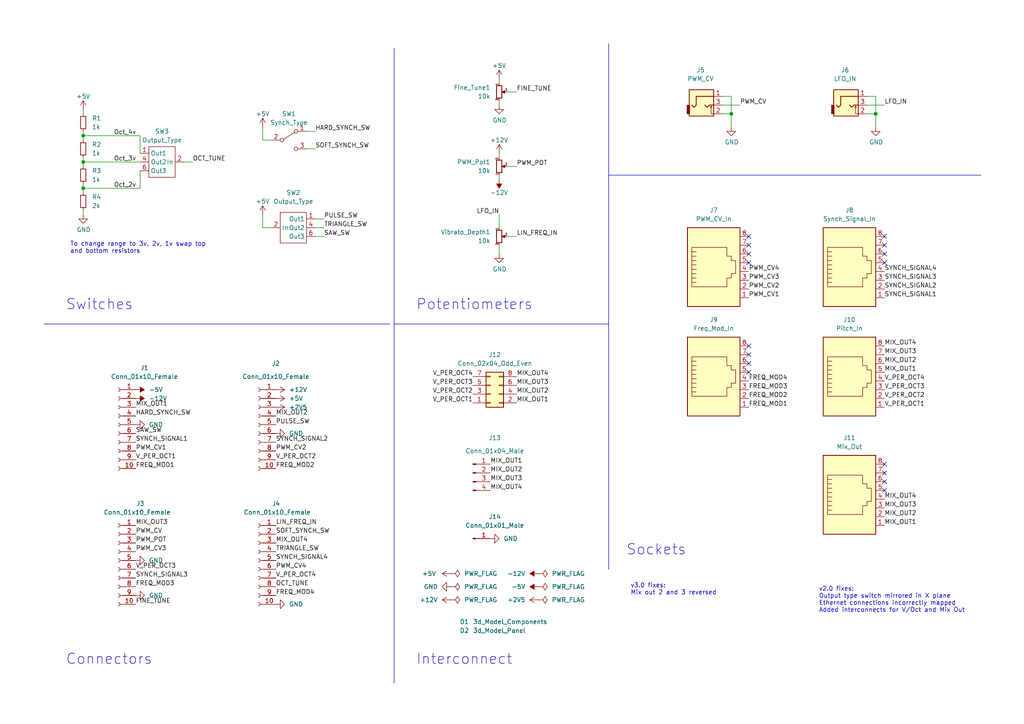
<source format=kicad_sch>
(kicad_sch (version 20230121) (generator eeschema)
  (paper "A4")
  (title_block (title "Quadraphone Controls") (date "2023-03-19") (rev "3.0") (company "Mountjoy Modular"))
  (lib_symbols
    (symbol "Amplifier_Operational:TL071" (pin_names (offset 0.127))
      (property "Reference" "U" (at 0 6.35 0))
      (property "Value" "TL071" (at 0 3.81 0))
      (symbol "TL071_0_1"
        (polyline (pts (xy -5.08 5.08) (xy 5.08 0) (xy -5.08 -5.08) (xy -5.08 5.08)) (stroke (width 0.254)) (fill (type background)))
      )
      (symbol "TL071_1_1"
        (pin input line (at 0 -7.62 90) (length 5.08) (name "NULL") (number "1"))
        (pin input line (at -7.62 -2.54 0) (length 2.54) (name "-") (number "2"))
        (pin input line (at -7.62 2.54 0) (length 2.54) (name "+") (number "3"))
        (pin power_in line (at -2.54 -7.62 90) (length 3.81) (name "V-") (number "4"))
        (pin input line (at 2.54 -7.62 90) (length 6.35) (name "NULL") (number "5"))
        (pin output line (at 7.62 0 180) (length 2.54) (name "~") (number "6"))
        (pin power_in line (at -2.54 7.62 270) (length 3.81) (name "V+") (number "7"))
        (pin no_connect line (at 0 2.54 270) (length 2.54) hide (name "NC") (number "8"))
      )
    )
    (symbol "Connector:Conn_01x01_Male" (pin_names (offset 1.016) hide)
      (property "Reference" "J" (at 0 2.54 0))
      (property "Value" "Conn_01x01_Male" (at 0 -2.54 0))
      (symbol "Conn_01x01_Male_1_1"
        (polyline (pts (xy 1.27 0) (xy 0.8636 0)) (stroke (width 0.1524)))
        (rectangle (start 0.8636 0.127) (end 0 -0.127) (stroke (width 0.1524)) (fill (type outline)))
        (pin passive line (at 5.08 0 180) (length 3.81) (name "Pin_1") (number "1"))
      )
    )
    (symbol "Connector:Conn_01x04_Male" (pin_names (offset 1.016) hide)
      (property "Reference" "J" (at 0 5.08 0))
      (property "Value" "Conn_01x04_Male" (at 0 -7.62 0))
      (symbol "Conn_01x04_Male_1_1"
        (polyline (pts (xy 1.27 -5.08) (xy 0.8636 -5.08)) (stroke (width 0.1524)))
        (polyline (pts (xy 1.27 -2.54) (xy 0.8636 -2.54)) (stroke (width 0.1524)))
        (polyline (pts (xy 1.27 0) (xy 0.8636 0)) (stroke (width 0.1524)))
        (polyline (pts (xy 1.27 2.54) (xy 0.8636 2.54)) (stroke (width 0.1524)))
        (rectangle (start 0.8636 -4.953) (end 0 -5.207) (stroke (width 0.1524)) (fill (type outline)))
        (rectangle (start 0.8636 -2.413) (end 0 -2.667) (stroke (width 0.1524)) (fill (type outline)))
        (rectangle (start 0.8636 0.127) (end 0 -0.127) (stroke (width 0.1524)) (fill (type outline)))
        (rectangle (start 0.8636 2.667) (end 0 2.413) (stroke (width 0.1524)) (fill (type outline)))
        (pin passive line (at 5.08 2.54 180) (length 3.81) (name "Pin_1") (number "1"))
        (pin passive line (at 5.08 0 180) (length 3.81) (name "Pin_2") (number "2"))
        (pin passive line (at 5.08 -2.54 180) (length 3.81) (name "Pin_3") (number "3"))
        (pin passive line (at 5.08 -5.08 180) (length 3.81) (name "Pin_4") (number "4"))
      )
    )
    (symbol "Connector:Conn_01x10_Female" (pin_names (offset 1.016) hide)
      (property "Reference" "J" (at 0 12.7 0))
      (property "Value" "Conn_01x10_Female" (at 0 -15.24 0))
      (symbol "Conn_01x10_Female_1_1"
        (arc (start 0 -12.192) (mid -0.5058 -12.7) (end 0 -13.208) (stroke (width 0.1524)))
        (arc (start 0 -9.652) (mid -0.5058 -10.16) (end 0 -10.668) (stroke (width 0.1524)))
        (arc (start 0 -7.112) (mid -0.5058 -7.62) (end 0 -8.128) (stroke (width 0.1524)))
        (arc (start 0 -4.572) (mid -0.5058 -5.08) (end 0 -5.588) (stroke (width 0.1524)))
        (arc (start 0 -2.032) (mid -0.5058 -2.54) (end 0 -3.048) (stroke (width 0.1524)))
        (polyline (pts (xy -1.27 -12.7) (xy -0.508 -12.7)) (stroke (width 0.1524)))
        (polyline (pts (xy -1.27 -10.16) (xy -0.508 -10.16)) (stroke (width 0.1524)))
        (polyline (pts (xy -1.27 -7.62) (xy -0.508 -7.62)) (stroke (width 0.1524)))
        (polyline (pts (xy -1.27 -5.08) (xy -0.508 -5.08)) (stroke (width 0.1524)))
        (polyline (pts (xy -1.27 -2.54) (xy -0.508 -2.54)) (stroke (width 0.1524)))
        (polyline (pts (xy -1.27 0) (xy -0.508 0)) (stroke (width 0.1524)))
        (polyline (pts (xy -1.27 2.54) (xy -0.508 2.54)) (stroke (width 0.1524)))
        (polyline (pts (xy -1.27 5.08) (xy -0.508 5.08)) (stroke (width 0.1524)))
        (polyline (pts (xy -1.27 7.62) (xy -0.508 7.62)) (stroke (width 0.1524)))
        (polyline (pts (xy -1.27 10.16) (xy -0.508 10.16)) (stroke (width 0.1524)))
        (arc (start 0 0.508) (mid -0.5058 0) (end 0 -0.508) (stroke (width 0.1524)))
        (arc (start 0 3.048) (mid -0.5058 2.54) (end 0 2.032) (stroke (width 0.1524)))
        (arc (start 0 5.588) (mid -0.5058 5.08) (end 0 4.572) (stroke (width 0.1524)))
        (arc (start 0 8.128) (mid -0.5058 7.62) (end 0 7.112) (stroke (width 0.1524)))
        (arc (start 0 10.668) (mid -0.5058 10.16) (end 0 9.652) (stroke (width 0.1524)))
        (pin passive line (at -5.08 10.16 0) (length 3.81) (name "Pin_1") (number "1"))
        (pin passive line (at -5.08 -12.7 0) (length 3.81) (name "Pin_10") (number "10"))
        (pin passive line (at -5.08 7.62 0) (length 3.81) (name "Pin_2") (number "2"))
        (pin passive line (at -5.08 5.08 0) (length 3.81) (name "Pin_3") (number "3"))
        (pin passive line (at -5.08 2.54 0) (length 3.81) (name "Pin_4") (number "4"))
        (pin passive line (at -5.08 0 0) (length 3.81) (name "Pin_5") (number "5"))
        (pin passive line (at -5.08 -2.54 0) (length 3.81) (name "Pin_6") (number "6"))
        (pin passive line (at -5.08 -5.08 0) (length 3.81) (name "Pin_7") (number "7"))
        (pin passive line (at -5.08 -7.62 0) (length 3.81) (name "Pin_8") (number "8"))
        (pin passive line (at -5.08 -10.16 0) (length 3.81) (name "Pin_9") (number "9"))
      )
    )
    (symbol "Connector:RJ45" (pin_names (offset 1.016))
      (property "Reference" "J" (at -5.08 13.97 0))
      (property "Value" "RJ45" (at 2.54 13.97 0))
      (symbol "RJ45_0_1"
        (polyline (pts (xy -5.08 4.445) (xy -6.35 4.445)))
        (polyline (pts (xy -5.08 5.715) (xy -6.35 5.715)))
        (polyline (pts (xy -6.35 -3.175) (xy -5.08 -3.175) (xy -5.08 -3.175)))
        (polyline (pts (xy -6.35 -1.905) (xy -5.08 -1.905) (xy -5.08 -1.905)))
        (polyline (pts (xy -6.35 -0.635) (xy -5.08 -0.635) (xy -5.08 -0.635)))
        (polyline (pts (xy -6.35 0.635) (xy -5.08 0.635) (xy -5.08 0.635)))
        (polyline (pts (xy -6.35 1.905) (xy -5.08 1.905) (xy -5.08 1.905)))
        (polyline (pts (xy -5.08 3.175) (xy -6.35 3.175) (xy -6.35 3.175)))
        (polyline (pts (xy -6.35 -4.445) (xy -6.35 6.985) (xy 3.81 6.985) (xy 3.81 4.445) (xy 5.08 4.445) (xy 5.08 3.175) (xy 6.35 3.175) (xy 6.35 -0.635) (xy 5.08 -0.635) (xy 5.08 -1.905) (xy 3.81 -1.905) (xy 3.81 -4.445) (xy -6.35 -4.445) (xy -6.35 -4.445)))
        (rectangle (start 7.62 12.7) (end -7.62 -10.16) (stroke (width 0.254)) (fill (type background)))
      )
      (symbol "RJ45_1_1"
        (pin passive line (at 10.16 -7.62 180) (length 2.54) (name "~") (number "1"))
        (pin passive line (at 10.16 -5.08 180) (length 2.54) (name "~") (number "2"))
        (pin passive line (at 10.16 -2.54 180) (length 2.54) (name "~") (number "3"))
        (pin passive line (at 10.16 0 180) (length 2.54) (name "~") (number "4"))
        (pin passive line (at 10.16 2.54 180) (length 2.54) (name "~") (number "5"))
        (pin passive line (at 10.16 5.08 180) (length 2.54) (name "~") (number "6"))
        (pin passive line (at 10.16 7.62 180) (length 2.54) (name "~") (number "7"))
        (pin passive line (at 10.16 10.16 180) (length 2.54) (name "~") (number "8"))
      )
    )
    (symbol "Connector_Generic:Conn_02x04_Odd_Even" (pin_names (offset 1.016) hide)
      (property "Reference" "J" (at 1.27 5.08 0))
      (property "Value" "Conn_02x04_Odd_Even" (at 1.27 -7.62 0))
      (symbol "Conn_02x04_Odd_Even_1_1"
        (rectangle (start -1.27 -4.953) (end 0 -5.207) (stroke (width 0.1524)))
        (rectangle (start -1.27 -2.413) (end 0 -2.667) (stroke (width 0.1524)))
        (rectangle (start -1.27 0.127) (end 0 -0.127) (stroke (width 0.1524)))
        (rectangle (start -1.27 2.667) (end 0 2.413) (stroke (width 0.1524)))
        (rectangle (start -1.27 3.81) (end 3.81 -6.35) (stroke (width 0.254)) (fill (type background)))
        (rectangle (start 3.81 -4.953) (end 2.54 -5.207) (stroke (width 0.1524)))
        (rectangle (start 3.81 -2.413) (end 2.54 -2.667) (stroke (width 0.1524)))
        (rectangle (start 3.81 0.127) (end 2.54 -0.127) (stroke (width 0.1524)))
        (rectangle (start 3.81 2.667) (end 2.54 2.413) (stroke (width 0.1524)))
        (pin passive line (at -5.08 2.54 0) (length 3.81) (name "Pin_1") (number "1"))
        (pin passive line (at 7.62 2.54 180) (length 3.81) (name "Pin_2") (number "2"))
        (pin passive line (at -5.08 0 0) (length 3.81) (name "Pin_3") (number "3"))
        (pin passive line (at 7.62 0 180) (length 3.81) (name "Pin_4") (number "4"))
        (pin passive line (at -5.08 -2.54 0) (length 3.81) (name "Pin_5") (number "5"))
        (pin passive line (at 7.62 -2.54 180) (length 3.81) (name "Pin_6") (number "6"))
        (pin passive line (at -5.08 -5.08 0) (length 3.81) (name "Pin_7") (number "7"))
        (pin passive line (at 7.62 -5.08 180) (length 3.81) (name "Pin_8") (number "8"))
      )
    )
    (symbol "Custom_Audio:DPDT_Switch"
      (property "Reference" "U" (at 0 5.08 0))
      (property "Value" "DPDT_Switch" (at 0 -6.985 0))
      (symbol "DPDT_Switch_0_1"
        (rectangle (start -3.81 3.175) (end 3.81 -5.715))
      )
      (symbol "DPDT_Switch_1_1"
        (pin passive line (at 6.35 1.27 180) (length 2.54) (name "Out1") (number "1"))
        (pin passive line (at -6.35 -1.27 0) (length 2.54) (name "In") (number "2"))
        (pin passive line (at -6.35 -3.81 0) (length 2.54) hide (name "Pin3") (number "3"))
        (pin passive line (at 6.35 -1.27 180) (length 2.54) (name "Out2") (number "4"))
        (pin passive line (at -6.35 -3.81 0) (length 2.54) hide (name "Pin5") (number "5"))
        (pin passive line (at 6.35 -3.81 180) (length 2.54) (name "Out3") (number "6"))
      )
    )
    (symbol "Device:R_Potentiometer_Small" (pin_names (offset 1.016) hide)
      (property "Reference" "RV" (at -4.445 0 90))
      (property "Value" "R_Potentiometer_Small" (at -2.54 0 90))
      (symbol "R_Potentiometer_Small_0_1"
        (polyline (pts (xy 0.889 0) (xy 0.635 0) (xy 1.651 0.381) (xy 1.651 -0.381) (xy 0.635 0) (xy 0.889 0)) (fill (type outline)))
        (rectangle (start 0.762 1.8034) (end -0.762 -1.8034) (stroke (width 0.254)))
      )
      (symbol "R_Potentiometer_Small_1_1"
        (pin passive line (at 0 2.54 270) (length 0.635) (name "1") (number "1"))
        (pin passive line (at 2.54 0 180) (length 0.9906) (name "2") (number "2"))
        (pin passive line (at 0 -2.54 90) (length 0.635) (name "3") (number "3"))
      )
    )
    (symbol "Device:R_Small" (pin_numbers hide) (pin_names (offset 0.254) hide)
      (property "Reference" "R" (at 0.762 0.508 0))
      (property "Value" "R_Small" (at 0.762 -1.016 0))
      (symbol "R_Small_0_1"
        (rectangle (start -0.762 1.778) (end 0.762 -1.778) (stroke (width 0.2032)))
      )
      (symbol "R_Small_1_1"
        (pin passive line (at 0 2.54 270) (length 0.762) (name "~") (number "1"))
        (pin passive line (at 0 -2.54 90) (length 0.762) (name "~") (number "2"))
      )
    )
    (symbol "Mountjoy:3d_Model_Dummy"
      (property "Reference" "D" (at 0 0 0))
      (property "Value" "3d_Model_Dummy" (at 0 0 0))
    )
    (symbol "Switch:SW_SPDT" (pin_names (offset 0) hide)
      (property "Reference" "SW" (at 0 4.318 0))
      (property "Value" "SW_SPDT" (at 0 -5.08 0))
      (symbol "SW_SPDT_0_0"
        (circle (center -2.032 0) (radius 0.508))
        (circle (center 2.032 -2.54) (radius 0.508))
      )
      (symbol "SW_SPDT_0_1"
        (polyline (pts (xy -1.524 0.254) (xy 1.651 2.286)))
        (circle (center 2.032 2.54) (radius 0.508))
      )
      (symbol "SW_SPDT_1_1"
        (pin passive line (at 5.08 2.54 180) (length 2.54) (name "A") (number "1"))
        (pin passive line (at -5.08 0 0) (length 2.54) (name "B") (number "2"))
        (pin passive line (at 5.08 -2.54 180) (length 2.54) (name "C") (number "3"))
      )
    )
    (symbol "power:+12V" (power) (pin_names (offset 0))
      (property "Value" "+12V" (at 0 3.556 0))
      (symbol "+12V_0_1"
        (polyline (pts (xy -0.762 1.27) (xy 0 2.54)))
        (polyline (pts (xy 0 0) (xy 0 2.54)))
        (polyline (pts (xy 0 2.54) (xy 0.762 1.27)))
      )
      (symbol "+12V_1_1"
        (pin power_in line (at 0 0 90) (length 0) hide (name "+12V") (number "1"))
      )
    )
    (symbol "power:+2V5" (power) (pin_names (offset 0))
      (property "Value" "+2V5" (at 0 3.556 0))
      (symbol "+2V5_0_1"
        (polyline (pts (xy -0.762 1.27) (xy 0 2.54)))
        (polyline (pts (xy 0 0) (xy 0 2.54)))
        (polyline (pts (xy 0 2.54) (xy 0.762 1.27)))
      )
      (symbol "+2V5_1_1"
        (pin power_in line (at 0 0 90) (length 0) hide (name "+2V5") (number "1"))
      )
    )
    (symbol "power:+5V" (power) (pin_names (offset 0))
      (property "Value" "+5V" (at 0 3.556 0))
      (symbol "+5V_0_1"
        (polyline (pts (xy -0.762 1.27) (xy 0 2.54)))
        (polyline (pts (xy 0 0) (xy 0 2.54)))
        (polyline (pts (xy 0 2.54) (xy 0.762 1.27)))
      )
      (symbol "+5V_1_1"
        (pin power_in line (at 0 0 90) (length 0) hide (name "+5V") (number "1"))
      )
    )
    (symbol "power:-12V" (power) (pin_names (offset 0))
      (property "Value" "-12V" (at 0 3.81 0))
      (symbol "-12V_0_0"
        (pin power_in line (at 0 0 90) (length 0) hide (name "-12V") (number "1"))
      )
      (symbol "-12V_0_1"
        (polyline (pts (xy 0 0) (xy 0 1.27) (xy 0.762 1.27) (xy 0 2.54) (xy -0.762 1.27) (xy 0 1.27)) (fill (type outline)))
      )
    )
    (symbol "power:-5V" (power) (pin_names (offset 0))
      (property "Value" "-5V" (at 0 3.81 0))
      (symbol "-5V_0_0"
        (pin power_in line (at 0 0 90) (length 0) hide (name "-5V") (number "1"))
      )
      (symbol "-5V_0_1"
        (polyline (pts (xy 0 0) (xy 0 1.27) (xy 0.762 1.27) (xy 0 2.54) (xy -0.762 1.27) (xy 0 1.27)) (fill (type outline)))
      )
    )
    (symbol "power:GND" (power) (pin_names (offset 0))
      (property "Value" "GND" (at 0 -3.81 0))
      (symbol "GND_0_1"
        (polyline (pts (xy 0 0) (xy 0 -1.27) (xy 1.27 -1.27) (xy 0 -2.54) (xy -1.27 -1.27) (xy 0 -1.27)))
      )
      (symbol "GND_1_1"
        (pin power_in line (at 0 0 270) (length 0) hide (name "GND") (number "1"))
      )
    )
    (symbol "power:PWR_FLAG" (power) (pin_numbers hide) (pin_names (offset 0) hide)
      (property "Value" "PWR_FLAG" (at 0 3.81 0))
      (symbol "PWR_FLAG_0_0"
        (pin power_out line (at 0 0 90) (length 0) (name "pwr") (number "1"))
      )
      (symbol "PWR_FLAG_0_1"
        (polyline (pts (xy 0 0) (xy 0 1.27) (xy -1.016 1.905) (xy 0 2.54) (xy 1.016 1.905) (xy 0 1.27)))
      )
    )
    (symbol "thonkiconn:AudioJack2_Ground_Switch" (pin_names (offset 1.016))
      (property "Reference" "J" (at 0 8.89 0))
      (property "Value" "AudioJack2_Ground_Switch" (at 0 6.35 0))
      (symbol "AudioJack2_Ground_Switch_0_1"
        (rectangle (start -4.445 -2.54) (end -5.207 0) (fill (type outline)))
        (polyline (pts (xy 1.778 -0.254) (xy 2.032 -0.762)))
        (polyline (pts (xy 0 0) (xy 0.635 -0.635) (xy 1.27 0) (xy 2.54 0)) (stroke (width 0.254)))
        (polyline (pts (xy 2.54 -2.54) (xy 1.778 -2.54) (xy 1.778 -0.254) (xy 1.524 -0.762)))
        (polyline (pts (xy 2.54 2.54) (xy -2.54 2.54) (xy -2.54 0) (xy -3.175 -0.635) (xy -3.81 0)) (stroke (width 0.254)))
        (rectangle (start 2.54 -3.175) (end -4.572 4.445) (stroke (width 0.254)) (fill (type background)))
      )
      (symbol "AudioJack2_Ground_Switch_1_1"
        (pin passive line (at 5.08 2.54 180) (length 2.54) (name "~") (number "1"))
        (pin passive line (at 5.08 -2.54 180) (length 2.54) (name "~") (number "2"))
        (pin passive line (at 5.08 0 180) (length 2.54) (name "~") (number "3"))
      )
    )
  )
  (junction (at 24.13 46.99))
  (junction (at -36.83 90.17))
  (junction (at -76.2 87.63))
  (junction (at 212.09 33.02))
  (junction (at 24.13 54.61))
  (junction (at 24.13 39.37))
  (junction (at -76.2 96.52))
  (junction (at 254 33.02))
  (no_connect (at 217.17 100.33))
  (no_connect (at 217.17 68.58))
  (no_connect (at 217.17 76.2))
  (no_connect (at 256.54 73.66))
  (no_connect (at 256.54 139.7))
  (no_connect (at 256.54 134.62))
  (no_connect (at 217.17 105.41))
  (no_connect (at 256.54 71.12))
  (no_connect (at 217.17 102.87))
  (no_connect (at -45.72 97.79))
  (no_connect (at 256.54 137.16))
  (no_connect (at 217.17 107.95))
  (no_connect (at -43.18 97.79))
  (no_connect (at 256.54 76.2))
  (no_connect (at 217.17 71.12))
  (no_connect (at 256.54 142.24))
  (no_connect (at 256.54 68.58))
  (no_connect (at 217.17 73.66))
  (wire (pts (xy 76.2 36.83) (xy 76.2 40.64)))
  (wire (pts (xy -53.34 92.71) (xy -55.88 92.71)))
  (wire (pts (xy 24.13 53.34) (xy 24.13 54.61)))
  (wire (pts (xy 209.55 33.02) (xy 212.09 33.02)))
  (wire (pts (xy -80.01 87.63) (xy -76.2 87.63)))
  (wire (pts (xy 144.78 44.45) (xy 144.78 45.72)))
  (wire (pts (xy 76.2 66.04) (xy 78.74 66.04)))
  (wire (pts (xy 24.13 39.37) (xy 24.13 40.64)))
  (wire (pts (xy 24.13 38.1) (xy 24.13 39.37)))
  (wire (pts (xy -76.2 87.63) (xy -76.2 90.17)))
  (wire (pts (xy 209.55 27.94) (xy 212.09 27.94)))
  (wire (pts (xy 212.09 33.02) (xy 212.09 36.83)))
  (wire (pts (xy -36.83 90.17) (xy -36.83 104.14)))
  (wire (pts (xy 40.64 49.53) (xy 40.64 54.61)))
  (wire (pts (xy 24.13 46.99) (xy 40.64 46.99)))
  (wire (pts (xy 147.32 26.67) (xy 149.86 26.67)))
  (wire (pts (xy 91.44 66.04) (xy 93.98 66.04)))
  (polyline (pts (xy 114.3 93.98) (xy 176.53 93.98)))
  (wire (pts (xy -76.2 87.63) (xy -68.58 87.63)))
  (wire (pts (xy 144.78 71.12) (xy 144.78 73.66)))
  (wire (pts (xy -55.88 92.71) (xy -55.88 104.14)))
  (wire (pts (xy 24.13 46.99) (xy 24.13 48.26)))
  (wire (pts (xy 88.9 43.18) (xy 91.44 43.18)))
  (wire (pts (xy -36.83 90.17) (xy -31.75 90.17)))
  (wire (pts (xy -82.55 90.17) (xy -82.55 89.535)))
  (wire (pts (xy 76.2 62.23) (xy 76.2 66.04)))
  (wire (pts (xy 251.46 27.94) (xy 254 27.94)))
  (wire (pts (xy 147.32 48.26) (xy 149.86 48.26)))
  (wire (pts (xy 144.78 50.8) (xy 144.78 52.07)))
  (wire (pts (xy 24.13 54.61) (xy 24.13 55.88)))
  (wire (pts (xy 24.13 62.23) (xy 24.13 60.96)))
  (wire (pts (xy 24.13 54.61) (xy 40.64 54.61)))
  (wire (pts (xy -76.2 104.14) (xy -76.2 102.87)))
  (wire (pts (xy 147.32 68.58) (xy 149.86 68.58)))
  (polyline (pts (xy 176.53 50.8) (xy 284.48 50.8)))
  (wire (pts (xy -76.2 96.52) (xy -68.58 96.52)))
  (wire (pts (xy 251.46 33.02) (xy 254 33.02)))
  (wire (pts (xy 88.9 38.1) (xy 91.44 38.1)))
  (wire (pts (xy 209.55 30.48) (xy 214.63 30.48)))
  (wire (pts (xy -76.2 95.25) (xy -76.2 96.52)))
  (wire (pts (xy 24.13 45.72) (xy 24.13 46.99)))
  (wire (pts (xy -55.88 104.14) (xy -36.83 104.14)))
  (wire (pts (xy 212.09 27.94) (xy 212.09 33.02)))
  (wire (pts (xy 254 27.94) (xy 254 33.02)))
  (wire (pts (xy 251.46 30.48) (xy 256.54 30.48)))
  (wire (pts (xy 91.44 68.58) (xy 93.98 68.58)))
  (wire (pts (xy 144.78 62.23) (xy 144.78 66.04)))
  (wire (pts (xy 254 33.02) (xy 254 36.83)))
  (wire (pts (xy 40.64 39.37) (xy 40.64 44.45)))
  (wire (pts (xy 144.78 30.48) (xy 144.78 29.21)))
  (polyline (pts (xy 12.7 93.98) (xy 113.03 93.98)))
  (wire (pts (xy -76.2 96.52) (xy -76.2 97.79)))
  (wire (pts (xy 24.13 31.75) (xy 24.13 33.02)))
  (wire (pts (xy -38.1 90.17) (xy -36.83 90.17)))
  (wire (pts (xy 24.13 39.37) (xy 40.64 39.37)))
  (wire (pts (xy 53.34 46.99) (xy 55.88 46.99)))
  (wire (pts (xy 91.44 63.5) (xy 93.98 63.5)))
  (polyline (pts (xy 176.53 12.7) (xy 176.53 165.1)))
  (wire (pts (xy 144.78 22.86) (xy 144.78 24.13)))
  (wire (pts (xy 76.2 40.64) (xy 78.74 40.64)))
  (polyline (pts (xy 114.3 13.97) (xy 114.3 198.12)))
  (text "Connectors" (at 19.05 193.04 0) (effects (font (size 3 3)) (justify left bottom)))
  (text "Potentiometers" (at 120.65 90.17 0) (effects (font (size 3 3)) (justify left bottom)))
  (text "v2.0 fixes:\nOutput type switch mirrored in X plane\nEthernet connections incorrectly mapped\nAdded interconnects for V/Oct and Mix Out" (at 237.49 177.8 0) (effects (font (size 1.27 1.27)) (justify left bottom)))
  (text "v3.0 fixes:\nMix out 2 and 3 reversed" (at 182.88 172.72 0) (effects (font (size 1.27 1.27)) (justify left bottom)))
  (text "To change range to 3v, 2v, 1v swap top \nand bottom resistors" (at 20.32 73.66 0) (effects (font (size 1.27 1.27)) (justify left bottom)))
  (text "Sockets" (at 181.61 161.29 0) (effects (font (size 3 3)) (justify left bottom)))
  (text "Switches" (at 19.05 90.17 0) (effects (font (size 3 3)) (justify left bottom)))
  (text "Interconnect" (at 120.65 193.04 0) (effects (font (size 3 3)) (justify left bottom)))
  (label "Oct_4v" (at 33.02 39.37 0))
  (label "V_PER_OCT3" (at 39.37 165.1 0))
  (label "LFO_IN" (at 256.54 30.48 0))
  (label "V_PER_OCT1" (at 39.37 133.35 0))
  (label "Oct_2v" (at 33.02 54.61 0))
  (label "V_PER_OCT4" (at 256.54 110.49 0))
  (label "FREQ_MOD1" (at 39.37 135.89 0))
  (label "MIX_OUT2" (at 80.01 120.65 0))
  (label "V_PER_OCT2" (at 256.54 115.57 0))
  (label "PWM_POT" (at 39.37 157.48 0))
  (label "V_PER_OCT4" (at 137.16 109.22 180))
  (label "MIX_OUT3" (at 256.54 147.32 0))
  (label "MIX_OUT3" (at 256.54 102.87 0))
  (label "V_PER_OCT1" (at 256.54 118.11 0))
  (label "2V" (at -68.58 87.63 0))
  (label "LFO_IN" (at 144.78 62.23 180))
  (label "PWM_CV2" (at 80.01 130.81 0))
  (label "FREQ_MOD3" (at 217.17 113.03 0))
  (label "SYNCH_SIGNAL3" (at 256.54 81.28 0))
  (label "V_PER_OCT4" (at 80.01 167.64 0))
  (label "OCT_TUNE" (at 80.01 170.18 0))
  (label "V_PER_OCT1" (at 137.16 116.84 180))
  (label "FREQ_MOD3" (at 39.37 170.18 0))
  (label "MIX_OUT3" (at 39.37 152.4 0))
  (label "PWM_CV2" (at 217.17 83.82 0))
  (label "PULSE_SW" (at 93.98 63.5 0))
  (label "FREQ_MOD1" (at 217.17 118.11 0))
  (label "TRIANGLE_SW" (at 80.01 160.02 0))
  (label "MIX_OUT4" (at 80.01 157.48 0))
  (label "SYNCH_SIGNAL4" (at 80.01 162.56 0))
  (label "MIX_OUT1" (at 256.54 107.95 0))
  (label "SW_OUT" (at -53.34 87.63 180))
  (label "PWM_CV1" (at 217.17 86.36 0))
  (label "V_PER_OCT2" (at 80.01 133.35 0))
  (label "PWM_CV4" (at 80.01 165.1 0))
  (label "HARD_SYNCH_SW" (at 39.37 120.65 0))
  (label "MIX_OUT2" (at 256.54 149.86 0))
  (label "PWM_CV" (at 214.63 30.48 0))
  (label "V_PER_OCT3" (at 137.16 111.76 180))
  (label "SYNCH_SIGNAL4" (at 256.54 78.74 0))
  (label "MIX_OUT3" (at 142.24 139.7 0))
  (label "MIX_OUT1" (at 149.86 116.84 0))
  (label "MIX_OUT1" (at 39.37 118.11 0))
  (label "MIX_OUT2" (at 149.86 114.3 0))
  (label "FREQ_MOD2" (at 217.17 115.57 0))
  (label "1V" (at -68.58 96.52 0))
  (label "FREQ_MOD4" (at 217.17 110.49 0))
  (label "SOFT_SYNCH_SW" (at 80.01 154.94 0))
  (label "MIX_OUT1" (at 142.24 134.62 0))
  (label "MIX_OUT2" (at 142.24 137.16 0))
  (label "SAW_SW" (at 39.37 125.73 0))
  (label "MIX_OUT4" (at 142.24 142.24 0))
  (label "FINE_TUNE" (at 39.37 175.26 0))
  (label "MIX_OUT4" (at 256.54 100.33 0))
  (label "MIX_OUT3" (at 149.86 111.76 0))
  (label "SYNCH_SIGNAL2" (at 80.01 128.27 0))
  (label "SYNCH_SIGNAL3" (at 39.37 167.64 0))
  (label "MIX_OUT4" (at 256.54 144.78 0))
  (label "PWM_CV" (at 39.37 154.94 0))
  (label "LIN_FREQ_IN" (at 149.86 68.58 0))
  (label "MIX_OUT4" (at 149.86 109.22 0))
  (label "HARD_SYNCH_SW" (at 91.44 38.1 0))
  (label "PWM_CV4" (at 217.17 78.74 0))
  (label "PWM_CV3" (at 39.37 160.02 0))
  (label "PWM_POT" (at 149.86 48.26 0))
  (label "SOFT_SYNCH_SW" (at 91.44 43.18 0))
  (label "SYNCH_SIGNAL2" (at 256.54 83.82 0))
  (label "FINE_TUNE" (at 149.86 26.67 0))
  (label "V_PER_OCT3" (at 256.54 113.03 0))
  (label "V_PER_OCT2" (at 137.16 114.3 180))
  (label "TRIANGLE_SW" (at 93.98 66.04 0))
  (label "MIX_OUT1" (at 256.54 152.4 0))
  (label "PWM_CV3" (at 217.17 81.28 0))
  (label "PWM_CV1" (at 39.37 130.81 0))
  (label "SAW_SW" (at 93.98 68.58 0))
  (label "LIN_FREQ_IN" (at 80.01 152.4 0))
  (label "SYNCH_SIGNAL1" (at 256.54 86.36 0))
  (label "FREQ_MOD4" (at 80.01 172.72 0))
  (label "FREQ_MOD2" (at 80.01 135.89 0))
  (label "PULSE_SW" (at 80.01 123.19 0))
  (label "SYNCH_SIGNAL1" (at 39.37 128.27 0))
  (label "OCT_TUNE" (at -31.75 90.17 0))
  (label "Oct_3v" (at 33.02 46.99 0))
  (label "MIX_OUT2" (at 256.54 105.41 0))
  (label "OCT_TUNE" (at 55.88 46.99 0))
  (symbol (lib_id "thonkiconn:AudioJack2_Ground_Switch") (at 204.47 30.48 0) (unit 1)
    (property "Reference" "J5" (at 203.2 20.32 0))
    (property "Value" "PWM_CV" (at 203.2 22.86 0))
    (property "Footprint" "Custom_Footprints:THONKICONN_hole" (effects hide))
  )
  (symbol (lib_id "Connector:Conn_01x01_Male") (at 137.16 156.21 0) (unit 1)
    (property "Reference" "J14" (at 143.51 149.86 0))
    (property "Value" "Conn_01x01_Male" (at 143.51 152.4 0))
    (property "Footprint" "Connector_PinHeader_2.54mm:PinHeader_1x01_P2.54mm_Vertical" (effects hide))
  )
  (symbol (lib_id "power:+5V") (at 24.13 31.75 0) (unit 1)
    (property "Reference" "#PWR011" (effects hide))
    (property "Value" "+5V" (at 24.13 27.94 0))
  )
  (symbol (lib_id "power:PWR_FLAG") (at 156.21 173.99 270) (unit 1)
    (property "Reference" "#FLG0106" (effects hide))
    (property "Value" "PWR_FLAG" (at 160.02 173.9899 90) (effects (justify left)))
  )
  (symbol (lib_id "Connector:Conn_01x10_Female") (at 34.29 162.56 0) (mirror y) (unit 1)
    (property "Reference" "J3" (at 41.91 146.05 0) (effects (justify left)))
    (property "Value" "Conn_01x10_Female" (at 49.53 148.59 0) (effects (justify left)))
    (property "Footprint" "Connector_PinSocket_2.54mm:PinSocket_1x10_P2.54mm_Vertical" (effects hide))
  )
  (symbol (lib_id "Connector:RJ45") (at 207.01 110.49 0) (unit 1)
    (property "Reference" "J9" (at 207.01 92.71 0))
    (property "Value" "Freq_Mod_In" (at 207.01 95.25 0))
    (property "Footprint" "Custom_Footprints:RJ45_Molex_42878-8506" (effects hide))
  )
  (symbol (lib_id "power:PWR_FLAG") (at 130.81 170.18 270) (unit 1)
    (property "Reference" "#FLG0102" (effects hide))
    (property "Value" "PWR_FLAG" (at 134.62 170.1799 90) (effects (justify left)))
  )
  (symbol (lib_id "Device:R_Potentiometer_Small") (at 144.78 68.58 0) (unit 1)
    (property "Reference" "Vibrato_Depth1" (at 142.24 67.3099 0) (effects (justify right)))
    (property "Value" "10k" (at 142.24 69.8499 0) (effects (justify right)))
    (property "Footprint" "Custom_Footprints:Alpha_9mm_Potentiometer_Aligned" (effects hide))
  )
  (symbol (lib_id "Connector:Conn_01x10_Female") (at 74.93 123.19 0) (mirror y) (unit 1)
    (property "Reference" "J2" (at 80.01 105.41 0))
    (property "Value" "Conn_01x10_Female" (at 80.01 109.22 0))
    (property "Footprint" "Connector_PinSocket_2.54mm:PinSocket_1x10_P2.54mm_Vertical" (effects hide))
  )
  (symbol (lib_id "power:+12V") (at 144.78 44.45 0) (mirror y) (unit 1)
    (property "Reference" "#PWR017" (effects hide))
    (property "Value" "+12V" (at 144.78 40.64 0))
  )
  (symbol (lib_id "power:PWR_FLAG") (at 130.81 166.37 270) (unit 1)
    (property "Reference" "#FLG0103" (effects hide))
    (property "Value" "PWR_FLAG" (at 134.62 166.3699 90) (effects (justify left)))
  )
  (symbol (lib_id "power:GND") (at 144.78 30.48 0) (unit 1)
    (property "Reference" "#PWR010" (effects hide))
    (property "Value" "GND" (at 144.907 34.8742 0))
  )
  (symbol (lib_id "Connector:Conn_01x10_Female") (at 74.93 162.56 0) (mirror y) (unit 1)
    (property "Reference" "J4" (at 81.28 146.05 0) (effects (justify left)))
    (property "Value" "Conn_01x10_Female" (at 90.17 148.59 0) (effects (justify left)))
    (property "Footprint" "Connector_PinSocket_2.54mm:PinSocket_1x10_P2.54mm_Vertical" (effects hide))
  )
  (symbol (lib_id "power:GND") (at 254 36.83 0) (unit 1)
    (property "Reference" "#PWR021" (effects hide))
    (property "Value" "GND" (at 254.127 41.2242 0))
  )
  (symbol (lib_id "power:GND") (at 39.37 162.56 90) (unit 1)
    (property "Reference" "#PWR014" (effects hide))
    (property "Value" "GND" (at 43.18 162.5599 90) (effects (justify right)))
  )
  (symbol (lib_id "power:GND") (at 39.37 172.72 90) (unit 1)
    (property "Reference" "#PWR015" (effects hide))
    (property "Value" "GND" (at 43.18 172.7199 90) (effects (justify right)))
  )
  (symbol (lib_id "power:PWR_FLAG") (at 156.21 170.18 270) (unit 1)
    (property "Reference" "#FLG0105" (effects hide))
    (property "Value" "PWR_FLAG" (at 160.02 170.1799 90) (effects (justify left)))
  )
  (symbol (lib_id "power:GND") (at 39.37 123.19 90) (unit 1)
    (property "Reference" "#PWR06" (effects hide))
    (property "Value" "GND" (at 43.18 123.1899 90) (effects (justify right)))
  )
  (symbol (lib_id "power:-12V") (at -48.26 97.79 180) (unit 1)
    (property "Reference" "#PWR?" (effects hide))
    (property "Value" "-12V" (at -48.26 101.6 0))
  )
  (symbol (lib_id "power:PWR_FLAG") (at 156.21 166.37 270) (unit 1)
    (property "Reference" "#FLG0104" (effects hide))
    (property "Value" "PWR_FLAG" (at 160.02 166.3699 90) (effects (justify left)))
  )
  (symbol (lib_id "Connector:RJ45") (at 246.38 78.74 0) (unit 1)
    (property "Reference" "J8" (at 246.38 60.96 0))
    (property "Value" "Synch_Signal_In" (at 246.38 63.5 0))
    (property "Footprint" "Custom_Footprints:RJ45_Molex_42878-8506" (effects hide))
  )
  (symbol (lib_id "power:+5V") (at 76.2 62.23 0) (unit 1)
    (property "Reference" "#PWR012" (effects hide))
    (property "Value" "+5V" (at 76.2 58.42 0))
  )
  (symbol (lib_id "power:-5V") (at 39.37 113.03 270) (unit 1)
    (property "Reference" "#PWR01" (effects hide))
    (property "Value" "-5V" (at 43.18 113.0299 90) (effects (justify left)))
  )
  (symbol (lib_id "power:GND") (at 24.13 62.23 0) (unit 1)
    (property "Reference" "#PWR013" (effects hide))
    (property "Value" "GND" (at 24.257 66.6242 0))
  )
  (symbol (lib_id "Connector:Conn_01x10_Female") (at 34.29 123.19 0) (mirror y) (unit 1)
    (property "Reference" "J1" (at 41.91 106.68 0))
    (property "Value" "Conn_01x10_Female" (at 41.91 109.22 0))
    (property "Footprint" "Connector_PinSocket_2.54mm:PinSocket_1x10_P2.54mm_Vertical" (effects hide))
  )
  (symbol (lib_id "power:+2V5") (at 156.21 173.99 90) (unit 1)
    (property "Reference" "#PWR0107" (effects hide))
    (property "Value" "+2V5" (at 152.4 173.9899 90) (effects (justify left)))
  )
  (symbol (lib_id "Device:R_Small") (at 24.13 43.18 0) (unit 1)
    (property "Reference" "R2" (at 26.67 41.9099 0) (effects (justify left)))
    (property "Value" "1k" (at 26.67 44.4499 0) (effects (justify left)))
    (property "Footprint" "Resistor_SMD:R_0805_2012Metric" (effects hide))
  )
  (symbol (lib_id "Device:R_Small") (at 24.13 35.56 0) (unit 1)
    (property "Reference" "R1" (at 26.67 34.2899 0) (effects (justify left)))
    (property "Value" "1k" (at 26.67 36.8299 0) (effects (justify left)))
    (property "Footprint" "Resistor_SMD:R_0805_2012Metric" (effects hide))
  )
  (symbol (lib_id "Device:R_Potentiometer_Small") (at 144.78 26.67 0) (unit 1)
    (property "Reference" "Fine_Tune1" (at 142.24 25.3999 0) (effects (justify right)))
    (property "Value" "10k" (at 142.24 27.9399 0) (effects (justify right)))
    (property "Footprint" "Custom_Footprints:Alpha_9mm_Potentiometer_Aligned" (effects hide))
  )
  (symbol (lib_id "Mountjoy:3d_Model_Dummy") (at 142.24 184.15 0) (unit 1)
    (property "Reference" "D2" (at 133.35 182.88 0) (effects (justify left)))
    (property "Value" "3d_Model_Panel" (at 137.16 182.88 0) (effects (justify left)))
    (property "Footprint" "Custom_Footprints:3D_Dummy" (effects hide))
  )
  (symbol (lib_id "Device:R_Potentiometer_Small") (at -82.55 87.63 0) (unit 1)
    (property "Reference" "Fine_Tune?" (at -83.185 86.3599 0) (effects (justify right)))
    (property "Value" "2k" (at -83.185 88.8999 0) (effects (justify right)))
    (property "Footprint" "Custom_Footprints:Alpha_9mm_Potentiometer_Aligned" (effects hide))
  )
  (symbol (lib_id "Device:R_Small") (at -76.2 100.33 0) (unit 1)
    (property "Reference" "R?" (at -73.66 99.0599 0) (effects (justify left)))
    (property "Value" "1k" (at -73.66 101.5999 0) (effects (justify left)))
    (property "Footprint" "Resistor_SMD:R_0805_2012Metric" (effects hide))
  )
  (symbol (lib_id "power:+12V") (at 130.81 173.99 90) (mirror x) (unit 1)
    (property "Reference" "#PWR0104" (effects hide))
    (property "Value" "+12V" (at 127 173.9899 90) (effects (justify left)))
  )
  (symbol (lib_id "power:GND") (at -76.2 104.14 0) (unit 1)
    (property "Reference" "#PWR?" (effects hide))
    (property "Value" "GND" (at -76.073 108.5342 0))
  )
  (symbol (lib_id "power:-12V") (at 144.78 52.07 180) (unit 1)
    (property "Reference" "#PWR018" (effects hide))
    (property "Value" "-12V" (at 144.78 55.88 0))
  )
  (symbol (lib_id "power:GND") (at 144.78 73.66 0) (unit 1)
    (property "Reference" "#PWR019" (effects hide))
    (property "Value" "GND" (at 144.907 78.0542 0))
  )
  (symbol (lib_id "power:GND") (at -82.55 89.535 0) (unit 1)
    (property "Reference" "#PWR?" (effects hide))
    (property "Value" "GND" (at -82.423 93.9292 0))
  )
  (symbol (lib_id "power:GND") (at 80.01 125.73 90) (unit 1)
    (property "Reference" "#PWR09" (effects hide))
    (property "Value" "GND" (at 83.82 125.7299 90) (effects (justify right)))
  )
  (symbol (lib_id "Connector:RJ45") (at 246.38 144.78 0) (unit 1)
    (property "Reference" "J11" (at 246.38 127 0))
    (property "Value" "Mix_Out" (at 246.38 129.54 0))
    (property "Footprint" "Custom_Footprints:RJ45_Molex_42878-8506" (effects hide))
  )
  (symbol (lib_id "Connector:Conn_01x04_Male") (at 137.16 137.16 0) (unit 1)
    (property "Reference" "J13" (at 143.51 127 0))
    (property "Value" "Conn_01x04_Male" (at 143.51 130.81 0))
    (property "Footprint" "Connector_PinHeader_2.54mm:PinHeader_1x04_P2.54mm_Vertical" (effects hide))
  )
  (symbol (lib_id "power:+5V") (at 144.78 22.86 0) (unit 1)
    (property "Reference" "#PWR0101" (effects hide))
    (property "Value" "+5V" (at 144.78 19.05 0))
  )
  (symbol (lib_id "power:-5V") (at 156.21 170.18 90) (unit 1)
    (property "Reference" "#PWR0105" (effects hide))
    (property "Value" "-5V" (at 152.4 170.1801 90) (effects (justify left)))
  )
  (symbol (lib_id "power:GND") (at 80.01 175.26 90) (unit 1)
    (property "Reference" "#PWR016" (effects hide))
    (property "Value" "GND" (at 83.82 175.2599 90) (effects (justify right)))
  )
  (symbol (lib_id "Custom_Audio:DPDT_Switch") (at 85.09 64.77 0) (unit 1)
    (property "Reference" "SW2" (at 85.09 55.88 0))
    (property "Value" "Output_Type" (at 85.09 58.42 0))
    (property "Footprint" "Custom_Footprints:100DP6T1B1M2QE_ON_ON_ON" (effects hide))
  )
  (symbol (lib_id "power:+2V5") (at 80.01 118.11 270) (unit 1)
    (property "Reference" "#PWR05" (effects hide))
    (property "Value" "+2V5" (at 83.82 118.1099 90) (effects (justify left)))
  )
  (symbol (lib_id "Device:R_Small") (at -76.2 92.71 0) (unit 1)
    (property "Reference" "R?" (at -73.66 91.4399 0) (effects (justify left)))
    (property "Value" "1k" (at -73.66 93.9799 0) (effects (justify left)))
    (property "Footprint" "Resistor_SMD:R_0805_2012Metric" (effects hide))
  )
  (symbol (lib_id "power:+5V") (at 130.81 166.37 90) (unit 1)
    (property "Reference" "#PWR0103" (effects hide))
    (property "Value" "+5V" (at 124.46 166.37 90))
  )
  (symbol (lib_id "power:+5V") (at -82.55 85.09 0) (unit 1)
    (property "Reference" "#PWR?" (effects hide))
    (property "Value" "+5V" (at -82.55 81.28 0))
  )
  (symbol (lib_id "power:GND") (at 142.24 156.21 90) (unit 1)
    (property "Reference" "#PWR07" (effects hide))
    (property "Value" "GND" (at 146.05 156.2099 90) (effects (justify right)))
  )
  (symbol (lib_id "Connector:RJ45") (at 207.01 78.74 0) (unit 1)
    (property "Reference" "J7" (at 207.01 60.96 0))
    (property "Value" "PWM_CV_In" (at 207.01 63.5 0))
    (property "Footprint" "Custom_Footprints:RJ45_Molex_42878-8506" (effects hide))
  )
  (symbol (lib_id "power:+12V") (at 80.01 113.03 270) (mirror x) (unit 1)
    (property "Reference" "#PWR02" (effects hide))
    (property "Value" "+12V" (at 83.82 113.0299 90) (effects (justify left)))
  )
  (symbol (lib_id "power:PWR_FLAG") (at 130.81 173.99 270) (unit 1)
    (property "Reference" "#FLG0101" (effects hide))
    (property "Value" "PWR_FLAG" (at 134.62 173.9899 90) (effects (justify left)))
  )
  (symbol (lib_id "thonkiconn:AudioJack2_Ground_Switch") (at 246.38 30.48 0) (unit 1)
    (property "Reference" "J6" (at 245.11 20.32 0))
    (property "Value" "LFO_IN" (at 245.11 22.86 0))
    (property "Footprint" "Custom_Footprints:THONKICONN_hole" (effects hide))
  )
  (symbol (lib_id "power:GND") (at 130.81 170.18 270) (unit 1)
    (property "Reference" "#PWR0102" (effects hide))
    (property "Value" "GND" (at 127 170.1799 90) (effects (justify right)))
  )
  (symbol (lib_id "Custom_Audio:DPDT_Switch") (at 46.99 45.72 0) (mirror y) (unit 1)
    (property "Reference" "SW3" (at 46.99 38.1 0))
    (property "Value" "Output_Type" (at 46.99 40.64 0))
    (property "Footprint" "Custom_Footprints:100DP6T1B1M2QE_ON_ON_ON" (effects hide))
  )
  (symbol (lib_id "power:-12V") (at 39.37 115.57 270) (unit 1)
    (property "Reference" "#PWR03" (effects hide))
    (property "Value" "-12V" (at 43.18 115.5699 90) (effects (justify left)))
  )
  (symbol (lib_id "Switch:SW_SPDT") (at 83.82 40.64 0) (unit 1)
    (property "Reference" "SW1" (at 83.82 33.02 0))
    (property "Value" "Synch_Type" (at 83.82 35.56 0))
    (property "Footprint" "Custom_Footprints:SPDTSubMiniature" (effects hide))
  )
  (symbol (lib_id "Device:R_Potentiometer_Small") (at 144.78 48.26 0) (mirror x) (unit 1)
    (property "Reference" "PWM_Pot1" (at 142.24 46.9899 0) (effects (justify right)))
    (property "Value" "10k" (at 142.24 49.5299 0) (effects (justify right)))
    (property "Footprint" "Custom_Footprints:Alpha_9mm_Potentiometer_Aligned" (effects hide))
  )
  (symbol (lib_id "Amplifier_Operational:TL071") (at -45.72 90.17 0) (unit 1)
    (property "Reference" "U?" (at -35.56 85.471 0))
    (property "Value" "TL071" (at -35.56 88.011 0))
    (property "Datasheet" "http://www.ti.com/lit/ds/symlink/tl071.pdf" (effects hide))
  )
  (symbol (lib_id "power:-12V") (at 156.21 166.37 90) (unit 1)
    (property "Reference" "#PWR0106" (effects hide))
    (property "Value" "-12V" (at 152.4 166.3701 90) (effects (justify left)))
  )
  (symbol (lib_id "Connector_Generic:Conn_02x04_Odd_Even") (at 142.24 114.3 0) (mirror x) (unit 1)
    (property "Reference" "J12" (at 143.51 102.87 0))
    (property "Value" "Conn_02x04_Odd_Even" (at 143.51 105.41 0))
    (property "Footprint" "Connector_PinHeader_2.54mm:PinHeader_2x04_P2.54mm_Vertical" (effects hide))
  )
  (symbol (lib_id "power:+5V") (at 76.2 36.83 0) (unit 1)
    (property "Reference" "#PWR08" (effects hide))
    (property "Value" "+5V" (at 76.2 33.02 0))
  )
  (symbol (lib_id "power:GND") (at 212.09 36.83 0) (unit 1)
    (property "Reference" "#PWR020" (effects hide))
    (property "Value" "GND" (at 212.217 41.2242 0))
  )
  (symbol (lib_id "power:+5V") (at 80.01 115.57 270) (unit 1)
    (property "Reference" "#PWR04" (effects hide))
    (property "Value" "+5V" (at 83.82 115.5699 90) (effects (justify left)))
  )
  (symbol (lib_id "power:+5V") (at -48.26 82.55 0) (unit 1)
    (property "Reference" "#PWR?" (effects hide))
    (property "Value" "+5V" (at -48.26 78.74 0))
  )
  (symbol (lib_id "Connector:RJ45") (at 246.38 110.49 0) (unit 1)
    (property "Reference" "J10" (at 246.38 92.71 0))
    (property "Value" "Pitch_In" (at 246.38 95.25 0))
    (property "Footprint" "Custom_Footprints:RJ45_Molex_42878-8506" (effects hide))
  )
  (symbol (lib_id "Device:R_Small") (at 24.13 50.8 0) (unit 1)
    (property "Reference" "R3" (at 26.67 49.5299 0) (effects (justify left)))
    (property "Value" "1k" (at 26.67 52.0699 0) (effects (justify left)))
    (property "Footprint" "Resistor_SMD:R_0805_2012Metric" (effects hide))
  )
  (symbol (lib_id "Mountjoy:3d_Model_Dummy") (at 142.24 181.61 0) (unit 1)
    (property "Reference" "D1" (at 133.35 180.34 0) (effects (justify left)))
    (property "Value" "3d_Model_Components" (at 137.16 180.34 0) (effects (justify left)))
    (property "Footprint" "Custom_Footprints:3D_Dummy" (effects hide))
  )
  (symbol (lib_id "Device:R_Small") (at 24.13 58.42 0) (unit 1)
    (property "Reference" "R4" (at 26.67 57.1499 0) (effects (justify left)))
    (property "Value" "2k" (at 26.67 59.6899 0) (effects (justify left)))
    (property "Footprint" "Resistor_SMD:R_0805_2012Metric" (effects hide))
  )
)
</source>
